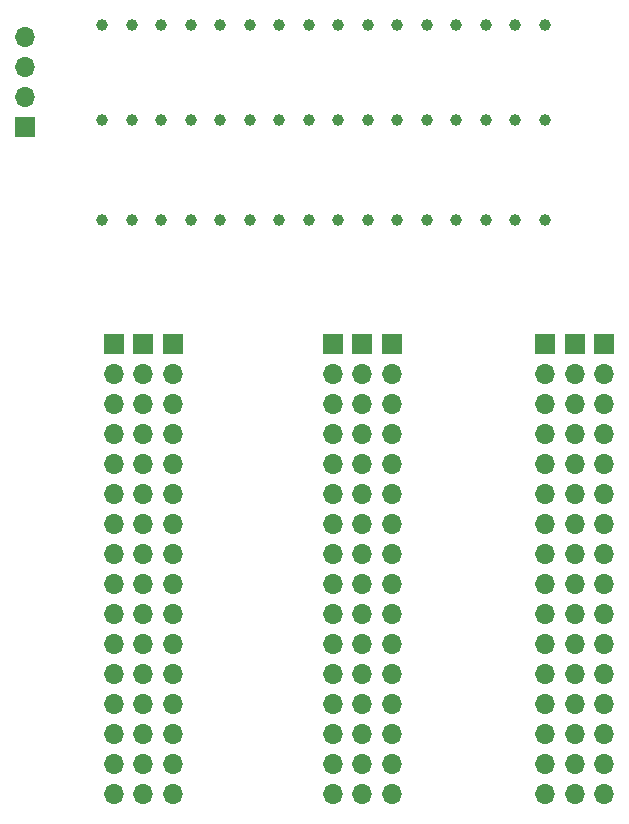
<source format=gbr>
%TF.GenerationSoftware,KiCad,Pcbnew,(6.0.2)*%
%TF.CreationDate,2023-10-23T02:54:13-04:00*%
%TF.ProjectId,USB_Splitter,5553425f-5370-46c6-9974-7465722e6b69,rev?*%
%TF.SameCoordinates,Original*%
%TF.FileFunction,Soldermask,Bot*%
%TF.FilePolarity,Negative*%
%FSLAX46Y46*%
G04 Gerber Fmt 4.6, Leading zero omitted, Abs format (unit mm)*
G04 Created by KiCad (PCBNEW (6.0.2)) date 2023-10-23 02:54:13*
%MOMM*%
%LPD*%
G01*
G04 APERTURE LIST*
%ADD10C,1.000000*%
%ADD11R,1.700000X1.700000*%
%ADD12O,1.700000X1.700000*%
G04 APERTURE END LIST*
D10*
%TO.C,TP48*%
X172500000Y-76000000D03*
%TD*%
%TO.C,TP47*%
X175000000Y-76000000D03*
%TD*%
%TO.C,TP46*%
X177500000Y-76000000D03*
%TD*%
%TO.C,TP45*%
X180000000Y-76000000D03*
%TD*%
%TO.C,TP44*%
X182500000Y-76000000D03*
%TD*%
%TO.C,TP43*%
X185000000Y-76000000D03*
%TD*%
%TO.C,TP42*%
X187500000Y-76000000D03*
%TD*%
%TO.C,TP41*%
X190000000Y-76000000D03*
%TD*%
%TO.C,TP40*%
X192500000Y-76000000D03*
%TD*%
%TO.C,TP39*%
X195000000Y-76000000D03*
%TD*%
%TO.C,TP38*%
X197500000Y-76000000D03*
%TD*%
%TO.C,TP37*%
X200000000Y-76000000D03*
%TD*%
%TO.C,TP36*%
X202500000Y-76000000D03*
%TD*%
%TO.C,TP35*%
X205000000Y-76000000D03*
%TD*%
%TO.C,TP34*%
X207500000Y-76000000D03*
%TD*%
%TO.C,TP33*%
X210000000Y-76000000D03*
%TD*%
%TO.C,TP32*%
X172500000Y-67500000D03*
%TD*%
%TO.C,TP31*%
X175000000Y-67500000D03*
%TD*%
%TO.C,TP30*%
X177500000Y-67500000D03*
%TD*%
%TO.C,TP29*%
X180000000Y-67500000D03*
%TD*%
%TO.C,TP28*%
X182500000Y-67500000D03*
%TD*%
%TO.C,TP27*%
X185000000Y-67500000D03*
%TD*%
%TO.C,TP26*%
X187500000Y-67500000D03*
%TD*%
%TO.C,TP25*%
X190000000Y-67500000D03*
%TD*%
%TO.C,TP24*%
X192500000Y-67500000D03*
%TD*%
%TO.C,TP23*%
X195000000Y-67500000D03*
%TD*%
%TO.C,TP22*%
X197500000Y-67500000D03*
%TD*%
%TO.C,TP21*%
X200000000Y-67500000D03*
%TD*%
%TO.C,TP20*%
X202500000Y-67500000D03*
%TD*%
%TO.C,TP19*%
X205000000Y-67500000D03*
%TD*%
%TO.C,TP18*%
X207500000Y-67500000D03*
%TD*%
%TO.C,TP17*%
X210000000Y-67500000D03*
%TD*%
%TO.C,TP16*%
X172500000Y-59500000D03*
%TD*%
%TO.C,TP15*%
X175000000Y-59500000D03*
%TD*%
%TO.C,TP14*%
X177500000Y-59500000D03*
%TD*%
%TO.C,TP13*%
X180000000Y-59500000D03*
%TD*%
%TO.C,TP12*%
X182500000Y-59500000D03*
%TD*%
%TO.C,TP11*%
X185000000Y-59500000D03*
%TD*%
%TO.C,TP10*%
X187500000Y-59500000D03*
%TD*%
%TO.C,TP9*%
X190000000Y-59500000D03*
%TD*%
%TO.C,TP8*%
X192500000Y-59500000D03*
%TD*%
%TO.C,TP7*%
X195000000Y-59500000D03*
%TD*%
%TO.C,TP6*%
X197500000Y-59500000D03*
%TD*%
%TO.C,TP5*%
X200000000Y-59500000D03*
%TD*%
%TO.C,TP4*%
X202500000Y-59500000D03*
%TD*%
%TO.C,TP3*%
X205000000Y-59500000D03*
%TD*%
%TO.C,TP2*%
X207500000Y-59500000D03*
%TD*%
%TO.C,TP1*%
X210000000Y-59500000D03*
%TD*%
D11*
%TO.C,J3*%
X192025000Y-86500000D03*
D12*
X192025000Y-89040000D03*
X192025000Y-91580000D03*
X192025000Y-94120000D03*
X192025000Y-96660000D03*
X192025000Y-99200000D03*
X192025000Y-101740000D03*
X192025000Y-104280000D03*
X192025000Y-106820000D03*
X192025000Y-109360000D03*
X192025000Y-111900000D03*
X192025000Y-114440000D03*
X192025000Y-116980000D03*
X192025000Y-119520000D03*
X192025000Y-122060000D03*
X192025000Y-124600000D03*
%TD*%
D11*
%TO.C,J10*%
X215025000Y-86500000D03*
D12*
X215025000Y-89040000D03*
X215025000Y-91580000D03*
X215025000Y-94120000D03*
X215025000Y-96660000D03*
X215025000Y-99200000D03*
X215025000Y-101740000D03*
X215025000Y-104280000D03*
X215025000Y-106820000D03*
X215025000Y-109360000D03*
X215025000Y-111900000D03*
X215025000Y-114440000D03*
X215025000Y-116980000D03*
X215025000Y-119520000D03*
X215025000Y-122060000D03*
X215025000Y-124600000D03*
%TD*%
D11*
%TO.C,J9*%
X212525000Y-86500000D03*
D12*
X212525000Y-89040000D03*
X212525000Y-91580000D03*
X212525000Y-94120000D03*
X212525000Y-96660000D03*
X212525000Y-99200000D03*
X212525000Y-101740000D03*
X212525000Y-104280000D03*
X212525000Y-106820000D03*
X212525000Y-109360000D03*
X212525000Y-111900000D03*
X212525000Y-114440000D03*
X212525000Y-116980000D03*
X212525000Y-119520000D03*
X212525000Y-122060000D03*
X212525000Y-124600000D03*
%TD*%
D11*
%TO.C,J4*%
X194525000Y-86500000D03*
D12*
X194525000Y-89040000D03*
X194525000Y-91580000D03*
X194525000Y-94120000D03*
X194525000Y-96660000D03*
X194525000Y-99200000D03*
X194525000Y-101740000D03*
X194525000Y-104280000D03*
X194525000Y-106820000D03*
X194525000Y-109360000D03*
X194525000Y-111900000D03*
X194525000Y-114440000D03*
X194525000Y-116980000D03*
X194525000Y-119520000D03*
X194525000Y-122060000D03*
X194525000Y-124600000D03*
%TD*%
D11*
%TO.C,J6*%
X178500000Y-86500000D03*
D12*
X178500000Y-89040000D03*
X178500000Y-91580000D03*
X178500000Y-94120000D03*
X178500000Y-96660000D03*
X178500000Y-99200000D03*
X178500000Y-101740000D03*
X178500000Y-104280000D03*
X178500000Y-106820000D03*
X178500000Y-109360000D03*
X178500000Y-111900000D03*
X178500000Y-114440000D03*
X178500000Y-116980000D03*
X178500000Y-119520000D03*
X178500000Y-122060000D03*
X178500000Y-124600000D03*
%TD*%
D11*
%TO.C,J5*%
X176000000Y-86500000D03*
D12*
X176000000Y-89040000D03*
X176000000Y-91580000D03*
X176000000Y-94120000D03*
X176000000Y-96660000D03*
X176000000Y-99200000D03*
X176000000Y-101740000D03*
X176000000Y-104280000D03*
X176000000Y-106820000D03*
X176000000Y-109360000D03*
X176000000Y-111900000D03*
X176000000Y-114440000D03*
X176000000Y-116980000D03*
X176000000Y-119520000D03*
X176000000Y-122060000D03*
X176000000Y-124600000D03*
%TD*%
D11*
%TO.C,J1*%
X165975000Y-68120000D03*
D12*
X165975000Y-65580000D03*
X165975000Y-63040000D03*
X165975000Y-60500000D03*
%TD*%
D11*
%TO.C,J7*%
X197025000Y-86500000D03*
D12*
X197025000Y-89040000D03*
X197025000Y-91580000D03*
X197025000Y-94120000D03*
X197025000Y-96660000D03*
X197025000Y-99200000D03*
X197025000Y-101740000D03*
X197025000Y-104280000D03*
X197025000Y-106820000D03*
X197025000Y-109360000D03*
X197025000Y-111900000D03*
X197025000Y-114440000D03*
X197025000Y-116980000D03*
X197025000Y-119520000D03*
X197025000Y-122060000D03*
X197025000Y-124600000D03*
%TD*%
D11*
%TO.C,J8*%
X210025000Y-86500000D03*
D12*
X210025000Y-89040000D03*
X210025000Y-91580000D03*
X210025000Y-94120000D03*
X210025000Y-96660000D03*
X210025000Y-99200000D03*
X210025000Y-101740000D03*
X210025000Y-104280000D03*
X210025000Y-106820000D03*
X210025000Y-109360000D03*
X210025000Y-111900000D03*
X210025000Y-114440000D03*
X210025000Y-116980000D03*
X210025000Y-119520000D03*
X210025000Y-122060000D03*
X210025000Y-124600000D03*
%TD*%
D11*
%TO.C,J2*%
X173500000Y-86500000D03*
D12*
X173500000Y-89040000D03*
X173500000Y-91580000D03*
X173500000Y-94120000D03*
X173500000Y-96660000D03*
X173500000Y-99200000D03*
X173500000Y-101740000D03*
X173500000Y-104280000D03*
X173500000Y-106820000D03*
X173500000Y-109360000D03*
X173500000Y-111900000D03*
X173500000Y-114440000D03*
X173500000Y-116980000D03*
X173500000Y-119520000D03*
X173500000Y-122060000D03*
X173500000Y-124600000D03*
%TD*%
M02*

</source>
